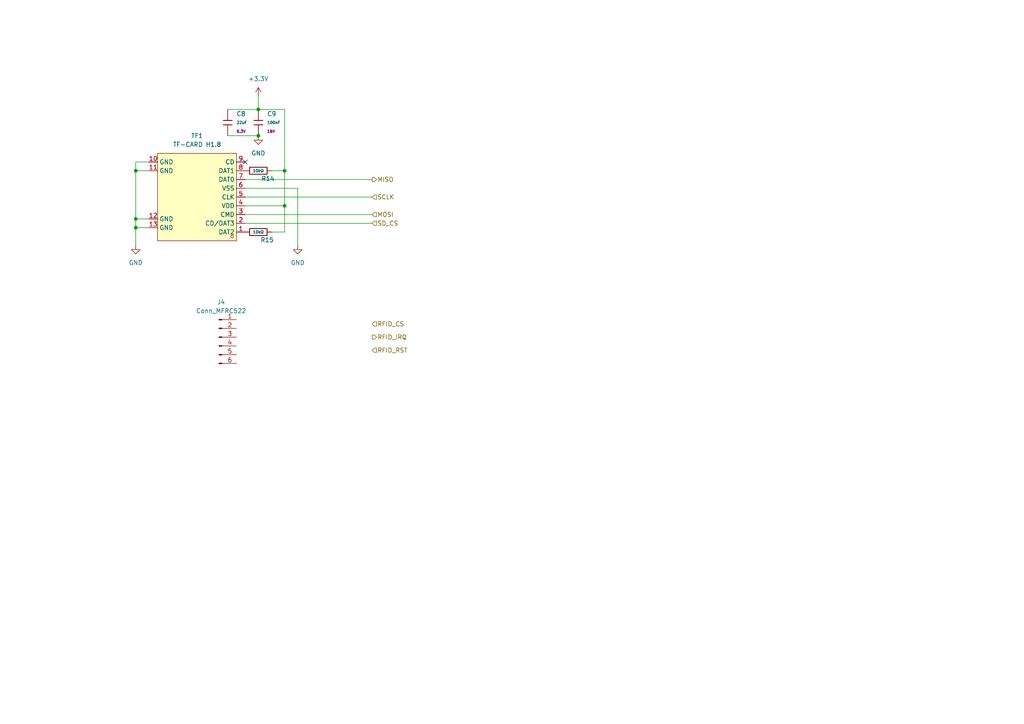
<source format=kicad_sch>
(kicad_sch (version 20250114) (generator "eeschema") (generator_version "9.0")
  (paper "A4")
  (lib_symbols
    (symbol "Connector:Conn_01x06_Pin" (pin_names (offset 1.016) (hide yes))
      (property "Reference" "J" (at 0 7.62 0))
      (property "Value" "Conn_01x06_Pin" (at 0 -10.16 0))
      (symbol "Conn_01x06_Pin_1_1"
        (rectangle (start 0.8636 5.207) (end 0 4.953) (stroke (width 0.1524)) (fill (type outline)))
        (rectangle (start 0.8636 2.667) (end 0 2.413) (stroke (width 0.1524)) (fill (type outline)))
        (rectangle (start 0.8636 0.127) (end 0 -0.127) (stroke (width 0.1524)) (fill (type outline)))
        (rectangle (start 0.8636 -2.413) (end 0 -2.667) (stroke (width 0.1524)) (fill (type outline)))
        (rectangle (start 0.8636 -4.953) (end 0 -5.207) (stroke (width 0.1524)) (fill (type outline)))
        (rectangle (start 0.8636 -7.493) (end 0 -7.747) (stroke (width 0.1524)) (fill (type outline)))
        (polyline (pts (xy 1.27 5.08) (xy 0.8636 5.08)) (stroke (width 0.1524)))
        (polyline (pts (xy 1.27 2.54) (xy 0.8636 2.54)) (stroke (width 0.1524)))
        (polyline (pts (xy 1.27 0) (xy 0.8636 0)) (stroke (width 0.1524)))
        (polyline (pts (xy 1.27 -2.54) (xy 0.8636 -2.54)) (stroke (width 0.1524)))
        (polyline (pts (xy 1.27 -5.08) (xy 0.8636 -5.08)) (stroke (width 0.1524)))
        (polyline (pts (xy 1.27 -7.62) (xy 0.8636 -7.62)) (stroke (width 0.1524)))
        (pin passive line (at 5.08 5.08 180) (length 3.81) (name "Pin_1") (number "1"))
        (pin passive line (at 5.08 2.54 180) (length 3.81) (name "Pin_2") (number "2"))
        (pin passive line (at 5.08 0 180) (length 3.81) (name "Pin_3") (number "3"))
        (pin passive line (at 5.08 -2.54 180) (length 3.81) (name "Pin_4") (number "4"))
        (pin passive line (at 5.08 -5.08 180) (length 3.81) (name "Pin_5") (number "5"))
        (pin passive line (at 5.08 -7.62 180) (length 3.81) (name "Pin_6") (number "6"))
      )
    )
    (symbol "JLCPCB:TF-CARDH1.8"
      (property "Reference" "TF" (at 0 17.78 0))
      (property "Value" "TF-CARD H1.8" (at 0 -12.7 0))
      (symbol "TF-CARDH1.8_0_1"
        (rectangle (start -12.7 15.24) (end 10.16 -10.16) (fill (type background)))
        (circle (center -11.43 13.97) (radius 0.38))
        (pin unspecified line (at -15.24 12.7 0) (length 2.54) (name "DAT2") (number "1"))
        (pin unspecified line (at -15.24 10.16 0) (length 2.54) (name "CD/DAT3") (number "2"))
        (pin unspecified line (at -15.24 7.62 0) (length 2.54) (name "CMD") (number "3"))
        (pin unspecified line (at -15.24 5.08 0) (length 2.54) (name "VDD") (number "4"))
        (pin unspecified line (at -15.24 2.54 0) (length 2.54) (name "CLK") (number "5"))
        (pin unspecified line (at -15.24 0 0) (length 2.54) (name "VSS") (number "6"))
        (pin unspecified line (at -15.24 -2.54 0) (length 2.54) (name "DAT0") (number "7"))
        (pin unspecified line (at -15.24 -5.08 0) (length 2.54) (name "DAT1") (number "8"))
        (pin unspecified line (at -15.24 -7.62 0) (length 2.54) (name "CD") (number "9"))
        (pin unspecified line (at 12.7 11.43 180) (length 2.54) (name "GND") (number "13"))
        (pin unspecified line (at 12.7 8.89 180) (length 2.54) (name "GND") (number "12"))
        (pin unspecified line (at 12.7 -5.08 180) (length 2.54) (name "GND") (number "11"))
        (pin unspecified line (at 12.7 -7.62 180) (length 2.54) (name "GND") (number "10"))
      )
    )
    (symbol "PCM_JLCPCB-Capacitors:0402,100nF" (pin_numbers (hide yes)) (pin_names (offset 0))
      (property "Reference" "C" (at 2.032 1.668 0))
      (property "Value" "100nF" (at 2.032 -0.3782 0))
      (property "Voltage Rated" "16V" (at 2.032 -2.0462 0))
      (symbol "0402,100nF_0_1"
        (polyline (pts (xy -1.27 0.635) (xy 1.27 0.635)) (stroke (width 0.254)))
        (polyline (pts (xy -1.27 -0.635) (xy 1.27 -0.635)) (stroke (width 0.254)))
      )
      (symbol "0402,100nF_1_1"
        (pin passive line (at 0 3.81 270) (length 3.175) (name "~") (number "1"))
        (pin passive line (at 0 -3.81 90) (length 3.175) (name "~") (number "2"))
      )
    )
    (symbol "PCM_JLCPCB-Capacitors:0603,22uF" (pin_numbers (hide yes)) (pin_names (offset 0))
      (property "Reference" "C" (at 2.032 1.668 0))
      (property "Value" "22uF" (at 2.032 -0.3782 0))
      (property "Voltage Rated" "6.3V" (at 2.032 -2.0462 0))
      (symbol "0603,22uF_0_1"
        (polyline (pts (xy -1.27 0.635) (xy 1.27 0.635)) (stroke (width 0.254)))
        (polyline (pts (xy -1.27 -0.635) (xy 1.27 -0.635)) (stroke (width 0.254)))
      )
      (symbol "0603,22uF_1_1"
        (pin passive line (at 0 3.81 270) (length 3.175) (name "~") (number "1"))
        (pin passive line (at 0 -3.81 90) (length 3.175) (name "~") (number "2"))
      )
    )
    (symbol "PCM_JLCPCB-Resistors:0603,10kΩ" (pin_numbers (hide yes)) (pin_names (offset 0))
      (property "Reference" "R" (at 1.778 0 0))
      (property "Value" "10kΩ" (at 0 0 90))
      (symbol "0603,10kΩ_0_1"
        (rectangle (start -1.016 2.54) (end 1.016 -2.54) (stroke (width 0.254)))
      )
      (symbol "0603,10kΩ_1_1"
        (pin passive line (at 0 3.81 270) (length 1.27) (name "~") (number "1"))
        (pin passive line (at 0 -3.81 90) (length 1.27) (name "~") (number "2"))
      )
    )
    (symbol "power:+3.3V" (power) (pin_numbers (hide yes)) (pin_names (offset 0) (hide yes))
      (property "Value" "+3.3V" (at 0 3.556 0))
      (symbol "+3.3V_0_1"
        (polyline (pts (xy -0.762 1.27) (xy 0 2.54)))
        (polyline (pts (xy 0 2.54) (xy 0.762 1.27)))
        (polyline (pts (xy 0 0) (xy 0 2.54)))
      )
      (symbol "+3.3V_1_1"
        (pin power_in line (at 0 0 90) (length 0) (name "~") (number "1"))
      )
    )
    (symbol "power:GND" (power) (pin_numbers (hide yes)) (pin_names (offset 0) (hide yes))
      (property "Value" "GND" (at 0 -3.81 0))
      (symbol "GND_0_1"
        (polyline (pts (xy 0 0) (xy 0 -1.27) (xy 1.27 -1.27) (xy 0 -2.54) (xy -1.27 -1.27) (xy 0 -1.27)))
      )
      (symbol "GND_1_1"
        (pin power_in line (at 0 0 270) (length 0) (name "~") (number "1"))
      )
    )
  )
  (junction (at 74.93 39.37))
  (junction (at 39.37 49.53))
  (junction (at 74.93 31.75))
  (junction (at 82.55 49.53))
  (junction (at 39.37 63.5))
  (junction (at 39.37 66.04))
  (junction (at 82.55 59.69))
  (no_connect (at 71.12 46.99))
  (wire (pts (xy 71.12 59.69) (xy 82.55 59.69)))
  (wire (pts (xy 82.55 31.75) (xy 74.93 31.75)))
  (wire (pts (xy 78.74 67.31) (xy 82.55 67.31)))
  (wire (pts (xy 71.12 64.77) (xy 107.95 64.77)))
  (wire (pts (xy 71.12 52.07) (xy 107.95 52.07)))
  (wire (pts (xy 39.37 63.5) (xy 43.18 63.5)))
  (wire (pts (xy 39.37 49.53) (xy 43.18 49.53)))
  (wire (pts (xy 66.04 39.37) (xy 74.93 39.37)))
  (wire (pts (xy 71.12 57.15) (xy 107.95 57.15)))
  (wire (pts (xy 78.74 49.53) (xy 82.55 49.53)))
  (wire (pts (xy 74.93 31.75) (xy 66.04 31.75)))
  (wire (pts (xy 39.37 46.99) (xy 39.37 49.53)))
  (wire (pts (xy 43.18 46.99) (xy 39.37 46.99)))
  (wire (pts (xy 39.37 66.04) (xy 43.18 66.04)))
  (wire (pts (xy 39.37 66.04) (xy 39.37 71.12)))
  (wire (pts (xy 82.55 67.31) (xy 82.55 59.69)))
  (wire (pts (xy 71.12 62.23) (xy 107.95 62.23)))
  (wire (pts (xy 74.93 27.94) (xy 74.93 31.75)))
  (wire (pts (xy 39.37 49.53) (xy 39.37 63.5)))
  (wire (pts (xy 39.37 63.5) (xy 39.37 66.04)))
  (wire (pts (xy 82.55 49.53) (xy 82.55 31.75)))
  (wire (pts (xy 82.55 59.69) (xy 82.55 49.53)))
  (wire (pts (xy 86.36 54.61) (xy 71.12 54.61)))
  (wire (pts (xy 86.36 71.12) (xy 86.36 54.61)))
  (hierarchical_label "SD_CS" (shape input) (at 107.95 64.77 0))
  (hierarchical_label "MOSI" (shape input) (at 107.95 62.23 0))
  (hierarchical_label "RFID_CS" (shape input) (at 107.95 93.98 0))
  (hierarchical_label "MISO" (shape output) (at 107.95 52.07 0))
  (hierarchical_label "SCLK" (shape input) (at 107.95 57.15 0))
  (hierarchical_label "RFID_RST" (shape input) (at 107.95 101.6 0))
  (hierarchical_label "RFID_IRQ" (shape output) (at 107.95 97.79 0))
  (symbol (lib_id "power:GND") (at 74.93 39.37 0) (unit 1)
    (property "Reference" "#PWR036" (effects (hide yes)))
    (property "Value" "GND" (at 74.93 44.45 0))
    (property "Description" "Power symbol creates a global label with name \"GND\" , ground" (effects (hide yes)))
  )
  (symbol (lib_id "power:GND") (at 86.36 71.12 0) (unit 1)
    (property "Reference" "#PWR034" (effects (hide yes)))
    (property "Value" "GND" (at 86.36 76.2 0))
    (property "Description" "Power symbol creates a global label with name \"GND\" , ground" (effects (hide yes)))
  )
  (symbol (lib_id "PCM_JLCPCB-Resistors:0603,10kΩ") (at 74.93 67.31 90) (unit 1)
    (property "Reference" "R15" (at 77.47 69.596 90))
    (property "Value" "10kΩ" (at 74.93 67.31 90) (effects (font (size 0.8 0.8))))
    (property "Footprint" "PCM_JLCPCB:R_0603" (effects (hide yes)))
    (property "Datasheet" "https://www.lcsc.com/datasheet/lcsc_datasheet_2206010045_UNI-ROYAL-Uniroyal-Elec-0603WAF1002T5E_C25804.pdf" (effects (hide yes)))
    (property "Description" "100mW Thick Film Resistors 75V ±100ppm/°C ±1% 10kΩ 0603 Chip Resistor - Surface Mount ROHS" (effects (hide yes)))
    (property "LCSC" "C25804" (effects (hide yes)))
    (property "Stock" "51181774" (effects (hide yes)))
    (property "Price" "0.004USD" (effects (hide yes)))
    (property "Process" "SMT" (effects (hide yes)))
    (property "Minimum Qty" "20" (effects (hide yes)))
    (property "Attrition Qty" "10" (effects (hide yes)))
    (property "Class" "Basic Component" (effects (hide yes)))
    (property "Category" "Resistors,Chip Resistor - Surface Mount" (effects (hide yes)))
    (property "Manufacturer" "UNI-ROYAL(Uniroyal Elec)" (effects (hide yes)))
    (property "Part" "0603WAF1002T5E" (effects (hide yes)))
    (property "Resistance" "10kΩ" (effects (hide yes)))
    (property "Power(Watts)" "100mW" (effects (hide yes)))
    (property "Type" "Thick Film Resistors" (effects (hide yes)))
    (property "Overload Voltage (Max)" "75V" (effects (hide yes)))
    (property "Operating Temperature Range" "-55°C~+155°C" (effects (hide yes)))
    (property "Tolerance" "±1%" (effects (hide yes)))
    (property "Temperature Coefficient" "±100ppm/°C" (effects (hide yes)))
  )
  (symbol (lib_id "power:+3.3V") (at 74.93 27.94 0) (unit 1)
    (property "Reference" "#PWR033" (effects (hide yes)))
    (property "Value" "+3.3V" (at 74.93 22.86 0))
    (property "Description" "Power symbol creates a global label with name \"+3.3V\"" (effects (hide yes)))
  )
  (symbol (lib_id "JLCPCB:TF-CARDH1.8") (at 55.88 54.61 180) (unit 1)
    (property "Reference" "TF1" (at 57.15 39.37 0))
    (property "Value" "TF-CARD H1.8" (at 57.15 41.91 0))
    (property "Footprint" "JLCPCB:TF-SMD_TF-CARD-H1.8" (effects (hide yes)))
    (property "LCSC Part" "C7529389" (effects (hide yes)))
  )
  (symbol (lib_id "PCM_JLCPCB-Resistors:0603,10kΩ") (at 74.93 49.53 90) (unit 1)
    (property "Reference" "R14" (at 77.724 51.816 90))
    (property "Value" "10kΩ" (at 74.93 49.53 90) (effects (font (size 0.8 0.8))))
    (property "Footprint" "PCM_JLCPCB:R_0603" (effects (hide yes)))
    (property "Datasheet" "https://www.lcsc.com/datasheet/lcsc_datasheet_2206010045_UNI-ROYAL-Uniroyal-Elec-0603WAF1002T5E_C25804.pdf" (effects (hide yes)))
    (property "Description" "100mW Thick Film Resistors 75V ±100ppm/°C ±1% 10kΩ 0603 Chip Resistor - Surface Mount ROHS" (effects (hide yes)))
    (property "LCSC" "C25804" (effects (hide yes)))
    (property "Stock" "51181774" (effects (hide yes)))
    (property "Price" "0.004USD" (effects (hide yes)))
    (property "Process" "SMT" (effects (hide yes)))
    (property "Minimum Qty" "20" (effects (hide yes)))
    (property "Attrition Qty" "10" (effects (hide yes)))
    (property "Class" "Basic Component" (effects (hide yes)))
    (property "Category" "Resistors,Chip Resistor - Surface Mount" (effects (hide yes)))
    (property "Manufacturer" "UNI-ROYAL(Uniroyal Elec)" (effects (hide yes)))
    (property "Part" "0603WAF1002T5E" (effects (hide yes)))
    (property "Resistance" "10kΩ" (effects (hide yes)))
    (property "Power(Watts)" "100mW" (effects (hide yes)))
    (property "Type" "Thick Film Resistors" (effects (hide yes)))
    (property "Overload Voltage (Max)" "75V" (effects (hide yes)))
    (property "Operating Temperature Range" "-55°C~+155°C" (effects (hide yes)))
    (property "Tolerance" "±1%" (effects (hide yes)))
    (property "Temperature Coefficient" "±100ppm/°C" (effects (hide yes)))
  )
  (symbol (lib_id "PCM_JLCPCB-Capacitors:0402,100nF") (at 74.93 35.56 0) (unit 1)
    (property "Reference" "C9" (at 77.47 33.0199 0) (effects (justify left)))
    (property "Value" "100nF" (at 77.47 35.56 0) (effects (font (size 0.8 0.8)) (justify left)))
    (property "Footprint" "PCM_JLCPCB:C_0402" (effects (hide yes)))
    (property "Datasheet" "https://www.lcsc.com/datasheet/lcsc_datasheet_2304140030_Samsung-Electro-Mechanics-CL05B104KO5NNNC_C1525.pdf" (effects (hide yes)))
    (property "Description" "16V 100nF X7R ±10% 0402 Multilayer Ceramic Capacitors MLCC - SMD/SMT ROHS" (effects (hide yes)))
    (property "LCSC" "C1525" (effects (hide yes)))
    (property "Stock" "20208285" (effects (hide yes)))
    (property "Price" "0.004USD" (effects (hide yes)))
    (property "Process" "SMT" (effects (hide yes)))
    (property "Minimum Qty" "20" (effects (hide yes)))
    (property "Attrition Qty" "10" (effects (hide yes)))
    (property "Class" "Basic Component" (effects (hide yes)))
    (property "Category" "Capacitors,Multilayer Ceramic Capacitors MLCC - SMD/SMT" (effects (hide yes)))
    (property "Manufacturer" "Samsung Electro-Mechanics" (effects (hide yes)))
    (property "Part" "CL05B104KO5NNNC" (effects (hide yes)))
    (property "Voltage Rated" "16V" (at 77.47 38.1 0) (effects (font (size 0.8 0.8)) (justify left)))
    (property "Tolerance" "±10%" (effects (hide yes)))
    (property "Capacitance" "100nF" (effects (hide yes)))
    (property "Temperature Coefficient" "X7R" (effects (hide yes)))
  )
  (symbol (lib_id "PCM_JLCPCB-Capacitors:0603,22uF") (at 66.04 35.56 0) (unit 1)
    (property "Reference" "C8" (at 68.58 33.0199 0) (effects (justify left)))
    (property "Value" "22uF" (at 68.58 35.56 0) (effects (font (size 0.8 0.8)) (justify left)))
    (property "Footprint" "PCM_JLCPCB:C_0603" (effects (hide yes)))
    (property "Datasheet" "https://www.lcsc.com/datasheet/lcsc_datasheet_2304140030_Samsung-Electro-Mechanics-CL10A226MQ8NRNC_C59461.pdf" (effects (hide yes)))
    (property "Description" "6.3V 22uF X5R ±20% 0603 Multilayer Ceramic Capacitors MLCC - SMD/SMT ROHS" (effects (hide yes)))
    (property "LCSC" "C59461" (effects (hide yes)))
    (property "Stock" "5081183" (effects (hide yes)))
    (property "Price" "0.012USD" (effects (hide yes)))
    (property "Process" "SMT" (effects (hide yes)))
    (property "Minimum Qty" "20" (effects (hide yes)))
    (property "Attrition Qty" "10" (effects (hide yes)))
    (property "Class" "Basic Component" (effects (hide yes)))
    (property "Category" "Capacitors,Multilayer Ceramic Capacitors MLCC - SMD/SMT" (effects (hide yes)))
    (property "Manufacturer" "Samsung Electro-Mechanics" (effects (hide yes)))
    (property "Part" "CL10A226MQ8NRNC" (effects (hide yes)))
    (property "Voltage Rated" "6.3V" (at 68.58 38.1 0) (effects (font (size 0.8 0.8)) (justify left)))
    (property "Tolerance" "±20%" (effects (hide yes)))
    (property "Capacitance" "22uF" (effects (hide yes)))
    (property "Temperature Coefficient" "X5R" (effects (hide yes)))
  )
  (symbol (lib_id "Connector:Conn_01x06_Pin") (at 63.5 97.79 0) (unit 1)
    (property "Reference" "J4" (at 64.135 87.63 0))
    (property "Value" "Conn_MFRC522" (at 64.135 90.17 0))
    (property "Footprint" "Connector_PinSocket_2.54mm:PinSocket_1x06_P2.54mm_Vertical" (effects (hide yes)))
    (property "Description" "Generic connector, single row, 01x06, script generated" (effects (hide yes)))
  )
  (symbol (lib_id "power:GND") (at 39.37 71.12 0) (unit 1)
    (property "Reference" "#PWR035" (effects (hide yes)))
    (property "Value" "GND" (at 39.37 76.2 0))
    (property "Description" "Power symbol creates a global label with name \"GND\" , ground" (effects (hide yes)))
  )
)
</source>
